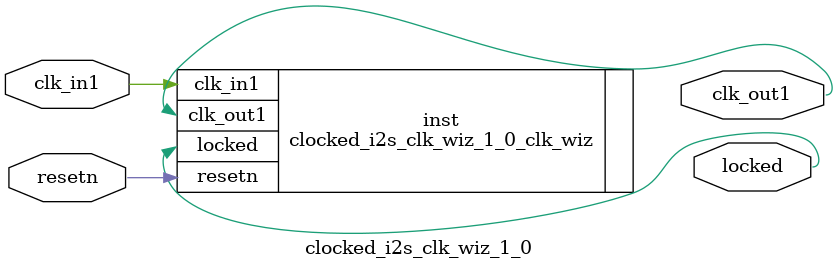
<source format=v>


`timescale 1ps/1ps

(* CORE_GENERATION_INFO = "clocked_i2s_clk_wiz_1_0,clk_wiz_v6_0_8_0_0,{component_name=clocked_i2s_clk_wiz_1_0,use_phase_alignment=true,use_min_o_jitter=false,use_max_i_jitter=true,use_dyn_phase_shift=false,use_inclk_switchover=false,use_dyn_reconfig=false,enable_axi=0,feedback_source=FDBK_AUTO,PRIMITIVE=MMCM,num_out_clk=1,clkin1_period=8.000,clkin2_period=10.000,use_power_down=false,use_reset=true,use_locked=true,use_inclk_stopped=false,feedback_type=SINGLE,CLOCK_MGR_TYPE=NA,manual_override=false}" *)

module clocked_i2s_clk_wiz_1_0 
 (
  // Clock out ports
  output        clk_out1,
  // Status and control signals
  input         resetn,
  output        locked,
 // Clock in ports
  input         clk_in1
 );

  clocked_i2s_clk_wiz_1_0_clk_wiz inst
  (
  // Clock out ports  
  .clk_out1(clk_out1),
  // Status and control signals               
  .resetn(resetn), 
  .locked(locked),
 // Clock in ports
  .clk_in1(clk_in1)
  );

endmodule

</source>
